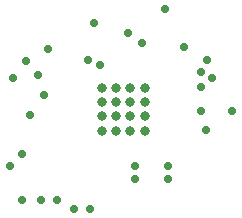
<source format=gbr>
G04 EAGLE Gerber RS-274X export*
G75*
%MOMM*%
%FSLAX34Y34*%
%LPD*%
%INCopper Layer 15*%
%IPPOS*%
%AMOC8*
5,1,8,0,0,1.08239X$1,22.5*%
G01*
%ADD10C,0.808000*%
%ADD11C,0.706400*%


D10*
X98000Y102000D03*
X86000Y102000D03*
X86000Y114000D03*
X98000Y114000D03*
X110000Y114000D03*
X122000Y114000D03*
X122000Y102000D03*
X110000Y102000D03*
X86000Y90000D03*
X98000Y90000D03*
X110000Y90000D03*
X122000Y90000D03*
X122000Y78000D03*
X110000Y78000D03*
X98000Y78000D03*
X86000Y78000D03*
D11*
X174000Y78500D03*
X196000Y95000D03*
X170000Y95000D03*
X170000Y115000D03*
X179000Y123000D03*
X175000Y138000D03*
X155000Y149000D03*
X139000Y181000D03*
X108000Y161000D03*
X142000Y37000D03*
X114000Y37000D03*
X76000Y12000D03*
X62000Y12000D03*
X34000Y19000D03*
X18000Y19000D03*
X18000Y58000D03*
X25000Y91500D03*
X36500Y108500D03*
X11000Y122500D03*
X31500Y125500D03*
X22000Y137000D03*
X79000Y169000D03*
X84000Y134000D03*
X74000Y138000D03*
X169500Y128000D03*
X120000Y152000D03*
X114000Y48000D03*
X142000Y48000D03*
X48000Y19000D03*
X40000Y147000D03*
X8000Y48000D03*
M02*

</source>
